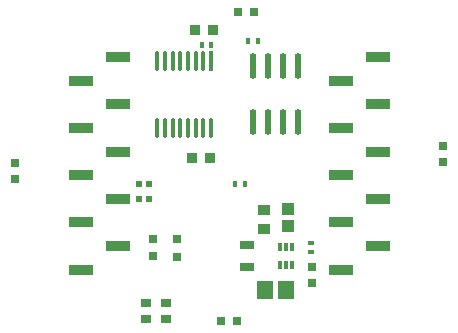
<source format=gtp>
G04*
G04 #@! TF.GenerationSoftware,Altium Limited,Altium Designer,24.0.1 (36)*
G04*
G04 Layer_Color=8421504*
%FSLAX44Y44*%
%MOMM*%
G71*
G04*
G04 #@! TF.SameCoordinates,BFD44B55-2052-4A58-B096-8A348341E0BB*
G04*
G04*
G04 #@! TF.FilePolarity,Positive*
G04*
G01*
G75*
%ADD15O,0.5500X2.2000*%
%ADD16R,0.6500X0.7000*%
%ADD17R,0.3000X0.7000*%
%ADD18R,0.6000X0.5500*%
%ADD19R,1.4061X1.5082*%
%ADD20R,1.1000X1.0000*%
%ADD21R,1.3000X0.7000*%
%ADD22R,0.5000X0.4000*%
%ADD23R,0.7000X0.6500*%
%ADD24R,0.4000X0.5000*%
%ADD25R,1.0000X0.9000*%
%ADD26R,0.8000X0.8000*%
%ADD27R,0.9000X0.7000*%
G04:AMPARAMS|DCode=28|XSize=1.6554mm|YSize=0.3808mm|CornerRadius=0.1904mm|HoleSize=0mm|Usage=FLASHONLY|Rotation=270.000|XOffset=0mm|YOffset=0mm|HoleType=Round|Shape=RoundedRectangle|*
%AMROUNDEDRECTD28*
21,1,1.6554,0.0000,0,0,270.0*
21,1,1.2747,0.3808,0,0,270.0*
1,1,0.3808,0.0000,-0.6373*
1,1,0.3808,0.0000,0.6373*
1,1,0.3808,0.0000,0.6373*
1,1,0.3808,0.0000,-0.6373*
%
%ADD28ROUNDEDRECTD28*%
%ADD29R,0.3808X1.6554*%
%ADD30R,0.9500X0.9500*%
%ADD31R,2.1000X0.8500*%
D15*
X205303Y237000D02*
D03*
X192603D02*
D03*
X179904D02*
D03*
X167204D02*
D03*
X205303Y189000D02*
D03*
X192603D02*
D03*
X179904D02*
D03*
X167204D02*
D03*
D16*
X168143Y282725D02*
D03*
X154643D02*
D03*
X139847Y21000D02*
D03*
X153347D02*
D03*
D17*
X190173Y68001D02*
D03*
X195254D02*
D03*
X200333D02*
D03*
Y83241D02*
D03*
X195254D02*
D03*
X190173D02*
D03*
D18*
X79275Y124361D02*
D03*
X70775D02*
D03*
X79275Y136657D02*
D03*
X70775D02*
D03*
D19*
X176732Y47002D02*
D03*
X195254D02*
D03*
D20*
X196775Y101702D02*
D03*
Y115702D02*
D03*
D21*
X161875Y85293D02*
D03*
Y66293D02*
D03*
D22*
X215919Y79241D02*
D03*
Y87241D02*
D03*
D23*
X217022Y66293D02*
D03*
Y52793D02*
D03*
X328000Y155625D02*
D03*
Y169125D02*
D03*
X-34502Y154860D02*
D03*
Y141360D02*
D03*
D24*
X152143Y137110D02*
D03*
X160143D02*
D03*
X171143Y258031D02*
D03*
X163143D02*
D03*
X131525Y254281D02*
D03*
X123525D02*
D03*
D25*
X176134Y99000D02*
D03*
Y115000D02*
D03*
D26*
X82025Y90741D02*
D03*
Y75741D02*
D03*
X102590Y90521D02*
D03*
Y75521D02*
D03*
D27*
X76525Y36500D02*
D03*
Y22500D02*
D03*
X93125Y36500D02*
D03*
Y22500D02*
D03*
D28*
X131372Y184746D02*
D03*
X124872D02*
D03*
X118372D02*
D03*
X111872D02*
D03*
X105372D02*
D03*
X98872D02*
D03*
X92372D02*
D03*
X85872D02*
D03*
Y241254D02*
D03*
X92372D02*
D03*
X98872D02*
D03*
X105372D02*
D03*
X111872D02*
D03*
X118372D02*
D03*
X124872D02*
D03*
D29*
X131372D02*
D03*
D30*
X133025Y267125D02*
D03*
X118025D02*
D03*
X130175Y159110D02*
D03*
X115175D02*
D03*
D31*
X52439Y244361D02*
D03*
Y204361D02*
D03*
Y164361D02*
D03*
Y124361D02*
D03*
Y84361D02*
D03*
X21439Y224361D02*
D03*
Y184361D02*
D03*
Y104361D02*
D03*
Y64361D02*
D03*
Y144361D02*
D03*
X272404Y244361D02*
D03*
Y204361D02*
D03*
Y164361D02*
D03*
Y124361D02*
D03*
Y84361D02*
D03*
X241404Y224361D02*
D03*
Y184361D02*
D03*
Y104361D02*
D03*
Y64361D02*
D03*
Y144361D02*
D03*
M02*

</source>
